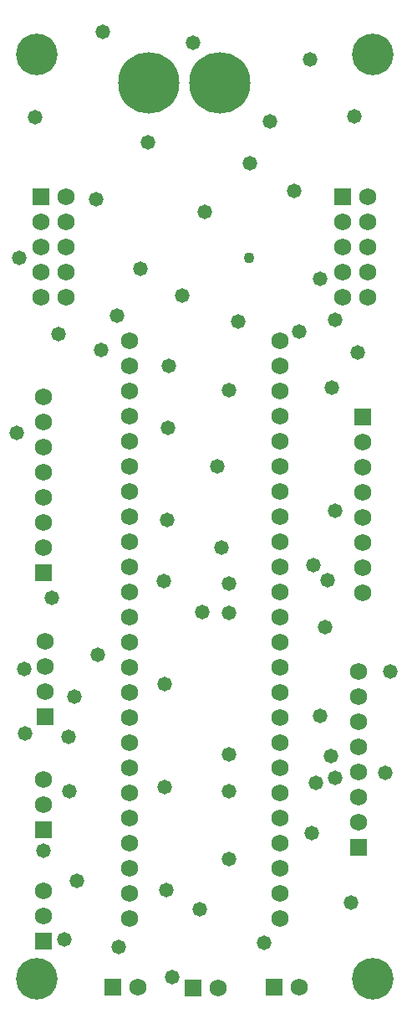
<source format=gbr>
%TF.GenerationSoftware,Altium Limited,Altium Designer,19.1.8 (144)*%
G04 Layer_Color=16711935*
%FSLAX26Y26*%
%MOIN*%
%TF.FileFunction,Soldermask,Bot*%
%TF.Part,Single*%
G01*
G75*
%TA.AperFunction,ComponentPad*%
%ADD25R,0.068000X0.068000*%
%ADD26C,0.068000*%
%ADD27R,0.068000X0.068000*%
%ADD28C,0.244220*%
%TA.AperFunction,ViaPad*%
%ADD29C,0.165480*%
%ADD30C,0.058000*%
%ADD31C,0.043433*%
D25*
X1439961Y680118D02*
D03*
X185039Y306890D02*
D03*
Y749803D02*
D03*
X189961Y1200197D02*
D03*
X1458661Y2394095D02*
D03*
X1376378Y3270866D02*
D03*
X185039Y1774803D02*
D03*
X175591Y3272441D02*
D03*
D26*
X1439961Y780118D02*
D03*
Y880118D02*
D03*
Y980118D02*
D03*
Y1080118D02*
D03*
Y1180118D02*
D03*
Y1280118D02*
D03*
Y1380118D02*
D03*
X1202756Y124016D02*
D03*
X881496Y122047D02*
D03*
X559646Y124016D02*
D03*
X185039Y406890D02*
D03*
Y506890D02*
D03*
Y849803D02*
D03*
Y949803D02*
D03*
X189961Y1500197D02*
D03*
Y1400197D02*
D03*
Y1300197D02*
D03*
X1128937Y1097441D02*
D03*
Y1197441D02*
D03*
Y1297441D02*
D03*
Y2697441D02*
D03*
Y2597441D02*
D03*
Y2497441D02*
D03*
X528937Y1297441D02*
D03*
X1128937Y997441D02*
D03*
Y897441D02*
D03*
Y797441D02*
D03*
Y697441D02*
D03*
Y597441D02*
D03*
Y497441D02*
D03*
Y397441D02*
D03*
X528937D02*
D03*
Y497441D02*
D03*
Y597441D02*
D03*
Y697441D02*
D03*
Y797441D02*
D03*
Y897441D02*
D03*
Y997441D02*
D03*
Y1097441D02*
D03*
Y1197441D02*
D03*
X1128937Y2397441D02*
D03*
Y2297441D02*
D03*
Y2197441D02*
D03*
Y2097441D02*
D03*
Y1997441D02*
D03*
Y1897441D02*
D03*
Y1797441D02*
D03*
Y1697441D02*
D03*
Y1597441D02*
D03*
Y1497441D02*
D03*
Y1397441D02*
D03*
X528937D02*
D03*
Y1497441D02*
D03*
Y1597441D02*
D03*
Y1697441D02*
D03*
Y1797441D02*
D03*
Y1897441D02*
D03*
Y1997441D02*
D03*
Y2097441D02*
D03*
Y2197441D02*
D03*
Y2297441D02*
D03*
Y2397441D02*
D03*
Y2497441D02*
D03*
Y2597441D02*
D03*
Y2697441D02*
D03*
X1458661Y1694094D02*
D03*
Y1794094D02*
D03*
Y1894094D02*
D03*
Y1994094D02*
D03*
Y2094095D02*
D03*
Y2194095D02*
D03*
Y2294095D02*
D03*
X1476378Y3270866D02*
D03*
Y3170866D02*
D03*
X1376378D02*
D03*
Y3070866D02*
D03*
Y2970866D02*
D03*
Y2870866D02*
D03*
X1476378Y3070866D02*
D03*
Y2970866D02*
D03*
Y2870866D02*
D03*
X185039Y2474803D02*
D03*
Y2374803D02*
D03*
Y2274803D02*
D03*
Y2174803D02*
D03*
Y2074803D02*
D03*
Y1974803D02*
D03*
Y1874803D02*
D03*
X275591Y3272441D02*
D03*
Y3172441D02*
D03*
X175591D02*
D03*
Y3072441D02*
D03*
Y2972441D02*
D03*
Y2872441D02*
D03*
X275591Y3072441D02*
D03*
Y2972441D02*
D03*
Y2872441D02*
D03*
D27*
X1102756Y124016D02*
D03*
X781496Y122047D02*
D03*
X459646Y124016D02*
D03*
D28*
X603465Y3725000D02*
D03*
X886929D02*
D03*
D29*
X1496063Y3838583D02*
D03*
X157480D02*
D03*
Y157480D02*
D03*
X1496063D02*
D03*
D30*
X685039Y2598425D02*
D03*
X681102Y2350394D02*
D03*
X877953Y2196850D02*
D03*
X677165Y1984252D02*
D03*
X893701Y1874016D02*
D03*
X86614Y3027559D02*
D03*
X570866Y2984252D02*
D03*
X413386Y2661417D02*
D03*
X476378Y2799213D02*
D03*
X244095Y2724409D02*
D03*
X78740Y2330709D02*
D03*
X216535Y1673228D02*
D03*
X401575Y1448819D02*
D03*
X307087Y1279528D02*
D03*
X287402Y905512D02*
D03*
X106299Y1389764D02*
D03*
X110236Y1133858D02*
D03*
X267716Y314961D02*
D03*
X185039Y669291D02*
D03*
X318898Y547244D02*
D03*
X818898Y1618110D02*
D03*
X669291Y1330709D02*
D03*
Y921260D02*
D03*
X673228Y511811D02*
D03*
X925197Y633858D02*
D03*
X484252Y283465D02*
D03*
X696850Y165354D02*
D03*
X1065589Y300553D02*
D03*
X1409449Y460630D02*
D03*
X1255906Y736221D02*
D03*
X1346457Y956693D02*
D03*
X1547244Y976378D02*
D03*
X1566929Y1381890D02*
D03*
X1287402Y1204724D02*
D03*
X1307087Y1559055D02*
D03*
X1346457Y2019685D02*
D03*
X1334646Y2511811D02*
D03*
X1437008Y2649606D02*
D03*
X1346457Y2779528D02*
D03*
X1287402Y2944882D02*
D03*
X1425197Y3590551D02*
D03*
X1086614Y3570866D02*
D03*
X779528Y3885827D02*
D03*
X1248032Y3818898D02*
D03*
X421260Y3929134D02*
D03*
X149606Y3586614D02*
D03*
X393701Y3259843D02*
D03*
X960630Y2775591D02*
D03*
X1185039Y3295276D02*
D03*
X826772Y3212598D02*
D03*
X736221Y2877953D02*
D03*
X602362Y3488189D02*
D03*
X807087Y433071D02*
D03*
X925197Y2500000D02*
D03*
X286051Y1122047D02*
D03*
X925197Y905512D02*
D03*
Y1732284D02*
D03*
X1204232Y2734646D02*
D03*
X1006890Y3405512D02*
D03*
X664370Y1742126D02*
D03*
X923228Y1614173D02*
D03*
X924213Y1052165D02*
D03*
X1260827Y1805118D02*
D03*
X1318898Y1745079D02*
D03*
X1269685Y936024D02*
D03*
X1329724Y1044291D02*
D03*
D31*
X1003937Y3027559D02*
D03*
%TF.MD5,1db2f14f9aada50fd468f4013ae0d08a*%
M02*

</source>
